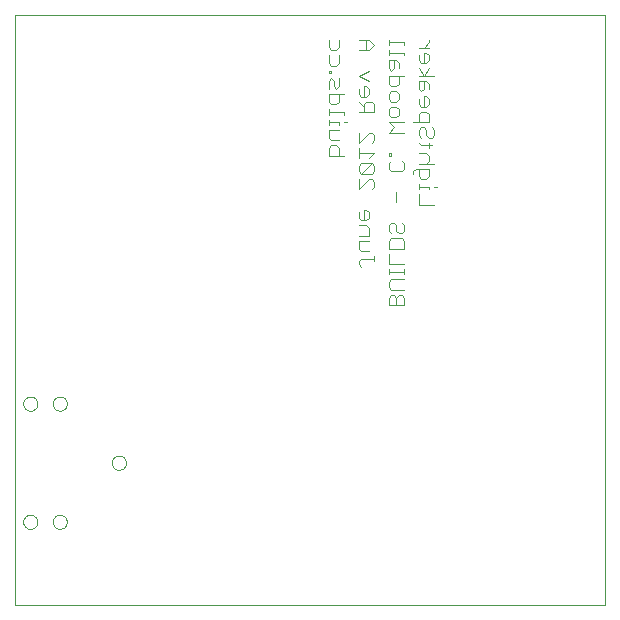
<source format=gbo>
G75*
G70*
%OFA0B0*%
%FSLAX24Y24*%
%IPPOS*%
%LPD*%
%AMOC8*
5,1,8,0,0,1.08239X$1,22.5*
%
%ADD10C,0.0000*%
%ADD11C,0.0040*%
D10*
X001750Y000100D02*
X001750Y019785D01*
X021435Y019785D01*
X021435Y000100D01*
X001750Y000100D01*
X002030Y002881D02*
X002032Y002911D01*
X002038Y002941D01*
X002047Y002970D01*
X002060Y002997D01*
X002077Y003022D01*
X002096Y003045D01*
X002119Y003066D01*
X002144Y003083D01*
X002170Y003097D01*
X002199Y003107D01*
X002228Y003114D01*
X002258Y003117D01*
X002289Y003116D01*
X002319Y003111D01*
X002348Y003102D01*
X002375Y003090D01*
X002401Y003075D01*
X002425Y003056D01*
X002446Y003034D01*
X002464Y003010D01*
X002479Y002983D01*
X002490Y002955D01*
X002498Y002926D01*
X002502Y002896D01*
X002502Y002866D01*
X002498Y002836D01*
X002490Y002807D01*
X002479Y002779D01*
X002464Y002752D01*
X002446Y002728D01*
X002425Y002706D01*
X002401Y002687D01*
X002375Y002672D01*
X002348Y002660D01*
X002319Y002651D01*
X002289Y002646D01*
X002258Y002645D01*
X002228Y002648D01*
X002199Y002655D01*
X002170Y002665D01*
X002144Y002679D01*
X002119Y002696D01*
X002096Y002717D01*
X002077Y002740D01*
X002060Y002765D01*
X002047Y002792D01*
X002038Y002821D01*
X002032Y002851D01*
X002030Y002881D01*
X003014Y002881D02*
X003016Y002911D01*
X003022Y002941D01*
X003031Y002970D01*
X003044Y002997D01*
X003061Y003022D01*
X003080Y003045D01*
X003103Y003066D01*
X003128Y003083D01*
X003154Y003097D01*
X003183Y003107D01*
X003212Y003114D01*
X003242Y003117D01*
X003273Y003116D01*
X003303Y003111D01*
X003332Y003102D01*
X003359Y003090D01*
X003385Y003075D01*
X003409Y003056D01*
X003430Y003034D01*
X003448Y003010D01*
X003463Y002983D01*
X003474Y002955D01*
X003482Y002926D01*
X003486Y002896D01*
X003486Y002866D01*
X003482Y002836D01*
X003474Y002807D01*
X003463Y002779D01*
X003448Y002752D01*
X003430Y002728D01*
X003409Y002706D01*
X003385Y002687D01*
X003359Y002672D01*
X003332Y002660D01*
X003303Y002651D01*
X003273Y002646D01*
X003242Y002645D01*
X003212Y002648D01*
X003183Y002655D01*
X003154Y002665D01*
X003128Y002679D01*
X003103Y002696D01*
X003080Y002717D01*
X003061Y002740D01*
X003044Y002765D01*
X003031Y002792D01*
X003022Y002821D01*
X003016Y002851D01*
X003014Y002881D01*
X004983Y004850D02*
X004985Y004880D01*
X004991Y004910D01*
X005000Y004939D01*
X005013Y004966D01*
X005030Y004991D01*
X005049Y005014D01*
X005072Y005035D01*
X005097Y005052D01*
X005123Y005066D01*
X005152Y005076D01*
X005181Y005083D01*
X005211Y005086D01*
X005242Y005085D01*
X005272Y005080D01*
X005301Y005071D01*
X005328Y005059D01*
X005354Y005044D01*
X005378Y005025D01*
X005399Y005003D01*
X005417Y004979D01*
X005432Y004952D01*
X005443Y004924D01*
X005451Y004895D01*
X005455Y004865D01*
X005455Y004835D01*
X005451Y004805D01*
X005443Y004776D01*
X005432Y004748D01*
X005417Y004721D01*
X005399Y004697D01*
X005378Y004675D01*
X005354Y004656D01*
X005328Y004641D01*
X005301Y004629D01*
X005272Y004620D01*
X005242Y004615D01*
X005211Y004614D01*
X005181Y004617D01*
X005152Y004624D01*
X005123Y004634D01*
X005097Y004648D01*
X005072Y004665D01*
X005049Y004686D01*
X005030Y004709D01*
X005013Y004734D01*
X005000Y004761D01*
X004991Y004790D01*
X004985Y004820D01*
X004983Y004850D01*
X003014Y006819D02*
X003016Y006849D01*
X003022Y006879D01*
X003031Y006908D01*
X003044Y006935D01*
X003061Y006960D01*
X003080Y006983D01*
X003103Y007004D01*
X003128Y007021D01*
X003154Y007035D01*
X003183Y007045D01*
X003212Y007052D01*
X003242Y007055D01*
X003273Y007054D01*
X003303Y007049D01*
X003332Y007040D01*
X003359Y007028D01*
X003385Y007013D01*
X003409Y006994D01*
X003430Y006972D01*
X003448Y006948D01*
X003463Y006921D01*
X003474Y006893D01*
X003482Y006864D01*
X003486Y006834D01*
X003486Y006804D01*
X003482Y006774D01*
X003474Y006745D01*
X003463Y006717D01*
X003448Y006690D01*
X003430Y006666D01*
X003409Y006644D01*
X003385Y006625D01*
X003359Y006610D01*
X003332Y006598D01*
X003303Y006589D01*
X003273Y006584D01*
X003242Y006583D01*
X003212Y006586D01*
X003183Y006593D01*
X003154Y006603D01*
X003128Y006617D01*
X003103Y006634D01*
X003080Y006655D01*
X003061Y006678D01*
X003044Y006703D01*
X003031Y006730D01*
X003022Y006759D01*
X003016Y006789D01*
X003014Y006819D01*
X002030Y006819D02*
X002032Y006849D01*
X002038Y006879D01*
X002047Y006908D01*
X002060Y006935D01*
X002077Y006960D01*
X002096Y006983D01*
X002119Y007004D01*
X002144Y007021D01*
X002170Y007035D01*
X002199Y007045D01*
X002228Y007052D01*
X002258Y007055D01*
X002289Y007054D01*
X002319Y007049D01*
X002348Y007040D01*
X002375Y007028D01*
X002401Y007013D01*
X002425Y006994D01*
X002446Y006972D01*
X002464Y006948D01*
X002479Y006921D01*
X002490Y006893D01*
X002498Y006864D01*
X002502Y006834D01*
X002502Y006804D01*
X002498Y006774D01*
X002490Y006745D01*
X002479Y006717D01*
X002464Y006690D01*
X002446Y006666D01*
X002425Y006644D01*
X002401Y006625D01*
X002375Y006610D01*
X002348Y006598D01*
X002319Y006589D01*
X002289Y006584D01*
X002258Y006583D01*
X002228Y006586D01*
X002199Y006593D01*
X002170Y006603D01*
X002144Y006617D01*
X002119Y006634D01*
X002096Y006655D01*
X002077Y006678D01*
X002060Y006703D01*
X002047Y006730D01*
X002038Y006759D01*
X002032Y006789D01*
X002030Y006819D01*
D11*
X012210Y015081D02*
X012210Y015341D01*
X012297Y015428D01*
X012470Y015428D01*
X012557Y015341D01*
X012557Y015081D01*
X012730Y015081D02*
X012210Y015081D01*
X012297Y015596D02*
X012210Y015683D01*
X012210Y015943D01*
X012557Y015943D01*
X012557Y016112D02*
X012557Y016199D01*
X012210Y016199D01*
X012210Y016112D02*
X012210Y016286D01*
X012210Y016456D02*
X012210Y016629D01*
X012210Y016543D02*
X012730Y016543D01*
X012730Y016456D01*
X012730Y016199D02*
X012817Y016199D01*
X013210Y015857D02*
X013210Y015511D01*
X013557Y015857D01*
X013644Y015857D01*
X013730Y015771D01*
X013730Y015597D01*
X013644Y015511D01*
X013730Y015168D02*
X013210Y015168D01*
X013210Y014995D02*
X013210Y015342D01*
X013557Y014995D02*
X013730Y015168D01*
X013644Y014826D02*
X013297Y014479D01*
X013210Y014566D01*
X013210Y014739D01*
X013297Y014826D01*
X013644Y014826D01*
X013730Y014739D01*
X013730Y014566D01*
X013644Y014479D01*
X013297Y014479D01*
X013210Y014311D02*
X013210Y013964D01*
X013557Y014311D01*
X013644Y014311D01*
X013730Y014224D01*
X013730Y014050D01*
X013644Y013964D01*
X013470Y013279D02*
X013383Y013279D01*
X013383Y012932D01*
X013297Y012932D02*
X013470Y012932D01*
X013557Y013019D01*
X013557Y013193D01*
X013470Y013279D01*
X013210Y013193D02*
X013210Y013019D01*
X013297Y012932D01*
X013210Y012764D02*
X013470Y012764D01*
X013557Y012677D01*
X013557Y012417D01*
X013210Y012417D01*
X013210Y012248D02*
X013557Y012248D01*
X013210Y012248D02*
X013210Y011988D01*
X013297Y011901D01*
X013557Y011901D01*
X013730Y011732D02*
X013730Y011559D01*
X013730Y011646D02*
X013297Y011646D01*
X013210Y011559D01*
X013210Y011472D01*
X013297Y011385D01*
X014210Y011301D02*
X014210Y011128D01*
X014210Y011214D02*
X014730Y011214D01*
X014730Y011128D02*
X014730Y011301D01*
X014730Y011471D02*
X014210Y011471D01*
X014210Y011818D01*
X014210Y011987D02*
X014210Y012247D01*
X014297Y012334D01*
X014644Y012334D01*
X014730Y012247D01*
X014730Y011987D01*
X014210Y011987D01*
X014297Y012503D02*
X014210Y012589D01*
X014210Y012763D01*
X014297Y012850D01*
X014383Y012850D01*
X014470Y012763D01*
X014470Y012589D01*
X014557Y012503D01*
X014644Y012503D01*
X014730Y012589D01*
X014730Y012763D01*
X014644Y012850D01*
X014470Y013534D02*
X014470Y013881D01*
X014297Y014565D02*
X014210Y014652D01*
X014210Y014825D01*
X014297Y014912D01*
X014297Y015081D02*
X014210Y015081D01*
X014210Y015168D01*
X014297Y015168D01*
X014297Y015081D01*
X014644Y014912D02*
X014730Y014825D01*
X014730Y014652D01*
X014644Y014565D01*
X014297Y014565D01*
X015037Y014568D02*
X015123Y014654D01*
X015557Y014654D01*
X015557Y014394D01*
X015470Y014307D01*
X015297Y014307D01*
X015210Y014394D01*
X015210Y014654D01*
X015210Y014823D02*
X015730Y014823D01*
X015557Y014910D02*
X015557Y015083D01*
X015470Y015170D01*
X015210Y015170D01*
X015470Y014823D02*
X015557Y014910D01*
X015557Y015339D02*
X015557Y015512D01*
X015644Y015425D02*
X015297Y015425D01*
X015210Y015512D01*
X015297Y015682D02*
X015210Y015769D01*
X015210Y015943D01*
X015297Y016029D01*
X015383Y016029D01*
X015470Y015943D01*
X015470Y015769D01*
X015557Y015682D01*
X015644Y015682D01*
X015730Y015769D01*
X015730Y015943D01*
X015644Y016029D01*
X015557Y016198D02*
X015557Y016458D01*
X015470Y016545D01*
X015297Y016545D01*
X015210Y016458D01*
X015210Y016198D01*
X015037Y016198D02*
X015557Y016198D01*
X015470Y016714D02*
X015297Y016714D01*
X015210Y016800D01*
X015210Y016974D01*
X015383Y017061D02*
X015383Y016714D01*
X015470Y016714D02*
X015557Y016800D01*
X015557Y016974D01*
X015470Y017061D01*
X015383Y017061D01*
X015297Y017229D02*
X015383Y017316D01*
X015383Y017576D01*
X015470Y017576D02*
X015210Y017576D01*
X015210Y017316D01*
X015297Y017229D01*
X015557Y017490D02*
X015470Y017576D01*
X015557Y017490D02*
X015557Y017316D01*
X015730Y017745D02*
X015210Y017745D01*
X015383Y017745D02*
X015210Y018005D01*
X015297Y018175D02*
X015470Y018175D01*
X015557Y018261D01*
X015557Y018435D01*
X015470Y018522D01*
X015383Y018522D01*
X015383Y018175D01*
X015297Y018175D02*
X015210Y018261D01*
X015210Y018435D01*
X015210Y018690D02*
X015557Y018690D01*
X015383Y018690D02*
X015557Y018864D01*
X015557Y018951D01*
X014730Y018863D02*
X014730Y018776D01*
X014730Y018863D02*
X014210Y018863D01*
X014210Y018776D02*
X014210Y018950D01*
X014210Y018606D02*
X014210Y018432D01*
X014210Y018519D02*
X014730Y018519D01*
X014730Y018432D01*
X014557Y018177D02*
X014470Y018264D01*
X014210Y018264D01*
X014210Y018004D01*
X014297Y017917D01*
X014383Y018004D01*
X014383Y018264D01*
X014557Y018177D02*
X014557Y018004D01*
X014557Y017748D02*
X014557Y017488D01*
X014470Y017401D01*
X014297Y017401D01*
X014210Y017488D01*
X014210Y017748D01*
X014730Y017748D01*
X014470Y017233D02*
X014297Y017233D01*
X014210Y017146D01*
X014210Y016972D01*
X014297Y016886D01*
X014470Y016886D01*
X014557Y016972D01*
X014557Y017146D01*
X014470Y017233D01*
X014470Y016717D02*
X014297Y016717D01*
X014210Y016630D01*
X014210Y016457D01*
X014297Y016370D01*
X014470Y016370D01*
X014557Y016457D01*
X014557Y016630D01*
X014470Y016717D01*
X014210Y016201D02*
X014730Y016201D01*
X014730Y015854D02*
X014210Y015854D01*
X014383Y016028D01*
X014210Y016201D01*
X013730Y016542D02*
X013730Y016802D01*
X013644Y016889D01*
X013470Y016889D01*
X013383Y016802D01*
X013383Y016542D01*
X013210Y016542D02*
X013730Y016542D01*
X013383Y016715D02*
X013210Y016889D01*
X013297Y017057D02*
X013470Y017057D01*
X013557Y017144D01*
X013557Y017318D01*
X013470Y017404D01*
X013383Y017404D01*
X013383Y017057D01*
X013297Y017057D02*
X013210Y017144D01*
X013210Y017318D01*
X013210Y017747D02*
X013557Y017573D01*
X013557Y017920D02*
X013210Y017747D01*
X012557Y017662D02*
X012557Y017402D01*
X012470Y017315D01*
X012383Y017402D01*
X012383Y017575D01*
X012297Y017662D01*
X012210Y017575D01*
X012210Y017315D01*
X012210Y017147D02*
X012210Y016886D01*
X012297Y016800D01*
X012470Y016800D01*
X012557Y016886D01*
X012557Y017147D01*
X012730Y017147D02*
X012210Y017147D01*
X012210Y017831D02*
X012210Y017918D01*
X012297Y017918D01*
X012297Y017831D01*
X012210Y017831D01*
X012297Y018089D02*
X012210Y018175D01*
X012210Y018436D01*
X012297Y018604D02*
X012210Y018691D01*
X012210Y018951D01*
X012557Y018951D02*
X012557Y018691D01*
X012470Y018604D01*
X012297Y018604D01*
X012557Y018436D02*
X012557Y018175D01*
X012470Y018089D01*
X012297Y018089D01*
X013210Y018604D02*
X013557Y018604D01*
X013730Y018778D01*
X013557Y018951D01*
X013210Y018951D01*
X013470Y018951D02*
X013470Y018604D01*
X015383Y017745D02*
X015557Y018005D01*
X012557Y015596D02*
X012297Y015596D01*
X015037Y014568D02*
X015037Y014481D01*
X015210Y014137D02*
X015210Y013964D01*
X015210Y014050D02*
X015557Y014050D01*
X015557Y013964D01*
X015730Y014050D02*
X015817Y014050D01*
X015730Y013448D02*
X015210Y013448D01*
X015210Y013795D01*
X014730Y010959D02*
X014297Y010959D01*
X014210Y010872D01*
X014210Y010699D01*
X014297Y010612D01*
X014730Y010612D01*
X014644Y010443D02*
X014557Y010443D01*
X014470Y010357D01*
X014470Y010096D01*
X014210Y010096D02*
X014730Y010096D01*
X014730Y010357D01*
X014644Y010443D01*
X014470Y010357D02*
X014383Y010443D01*
X014297Y010443D01*
X014210Y010357D01*
X014210Y010096D01*
M02*

</source>
